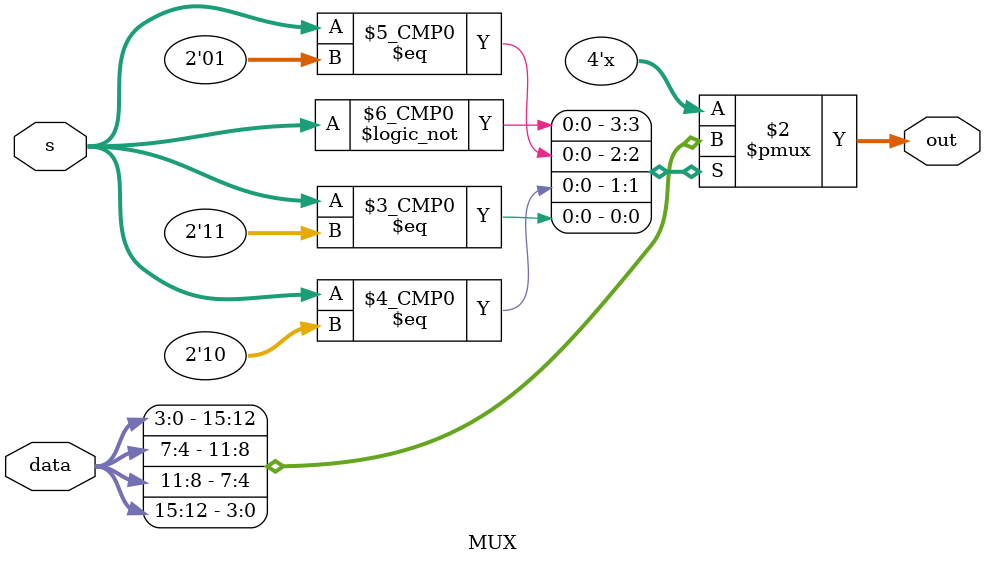
<source format=v>
`timescale 1ns / 1ps
module MUX(
	 input [15:0] data,
    input [1:0] s,
    output reg [3:0] out
    );

always @ (*)
	begin 
		case (s)
			2'b00: out <= data[3:0];
			2'b01: out <= data[7:4];
			2'b10: out <= data[11:8];
			2'b11: out <= data[15:12];
		endcase
	end
endmodule

</source>
